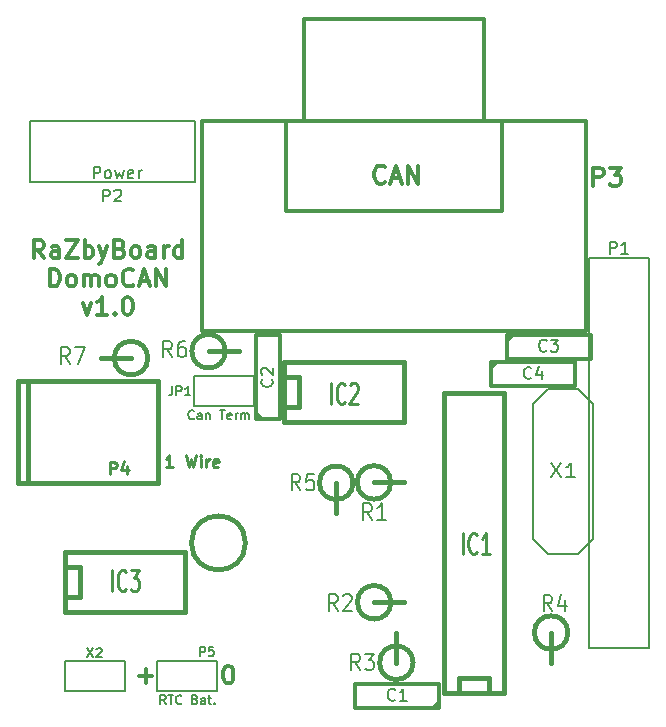
<source format=gto>
G04 (created by PCBNEW (2013-04-19 BZR 4011)-stable) date 13/06/2013 21:19:41*
%MOIN*%
G04 Gerber Fmt 3.4, Leading zero omitted, Abs format*
%FSLAX34Y34*%
G01*
G70*
G90*
G04 APERTURE LIST*
%ADD10C,0.006*%
%ADD11C,0.011811*%
%ADD12C,0.012*%
%ADD13C,0.008*%
%ADD14C,0.015*%
%ADD15C,0.00590551*%
%ADD16C,0.01125*%
%ADD17C,0.01*%
G04 APERTURE END LIST*
G54D10*
G54D11*
X59356Y-49493D02*
X59413Y-49493D01*
X59469Y-49521D01*
X59497Y-49549D01*
X59525Y-49605D01*
X59553Y-49718D01*
X59553Y-49859D01*
X59525Y-49971D01*
X59497Y-50027D01*
X59469Y-50055D01*
X59413Y-50084D01*
X59356Y-50084D01*
X59300Y-50055D01*
X59272Y-50027D01*
X59244Y-49971D01*
X59216Y-49859D01*
X59216Y-49718D01*
X59244Y-49605D01*
X59272Y-49549D01*
X59300Y-49521D01*
X59356Y-49493D01*
X56400Y-49829D02*
X56849Y-49829D01*
X56625Y-50054D02*
X56625Y-49604D01*
X53242Y-35909D02*
X53045Y-35627D01*
X52905Y-35909D02*
X52905Y-35318D01*
X53130Y-35318D01*
X53186Y-35346D01*
X53214Y-35374D01*
X53242Y-35430D01*
X53242Y-35515D01*
X53214Y-35571D01*
X53186Y-35599D01*
X53130Y-35627D01*
X52905Y-35627D01*
X53748Y-35909D02*
X53748Y-35599D01*
X53720Y-35543D01*
X53664Y-35515D01*
X53552Y-35515D01*
X53495Y-35543D01*
X53748Y-35880D02*
X53692Y-35909D01*
X53552Y-35909D01*
X53495Y-35880D01*
X53467Y-35824D01*
X53467Y-35768D01*
X53495Y-35712D01*
X53552Y-35684D01*
X53692Y-35684D01*
X53748Y-35655D01*
X53973Y-35318D02*
X54367Y-35318D01*
X53973Y-35909D01*
X54367Y-35909D01*
X54592Y-35909D02*
X54592Y-35318D01*
X54592Y-35543D02*
X54648Y-35515D01*
X54761Y-35515D01*
X54817Y-35543D01*
X54845Y-35571D01*
X54873Y-35627D01*
X54873Y-35796D01*
X54845Y-35852D01*
X54817Y-35880D01*
X54761Y-35909D01*
X54648Y-35909D01*
X54592Y-35880D01*
X55070Y-35515D02*
X55211Y-35909D01*
X55351Y-35515D02*
X55211Y-35909D01*
X55155Y-36049D01*
X55126Y-36077D01*
X55070Y-36105D01*
X55773Y-35599D02*
X55858Y-35627D01*
X55886Y-35655D01*
X55914Y-35712D01*
X55914Y-35796D01*
X55886Y-35852D01*
X55858Y-35880D01*
X55801Y-35909D01*
X55576Y-35909D01*
X55576Y-35318D01*
X55773Y-35318D01*
X55829Y-35346D01*
X55858Y-35374D01*
X55886Y-35430D01*
X55886Y-35487D01*
X55858Y-35543D01*
X55829Y-35571D01*
X55773Y-35599D01*
X55576Y-35599D01*
X56251Y-35909D02*
X56195Y-35880D01*
X56167Y-35852D01*
X56139Y-35796D01*
X56139Y-35627D01*
X56167Y-35571D01*
X56195Y-35543D01*
X56251Y-35515D01*
X56336Y-35515D01*
X56392Y-35543D01*
X56420Y-35571D01*
X56448Y-35627D01*
X56448Y-35796D01*
X56420Y-35852D01*
X56392Y-35880D01*
X56336Y-35909D01*
X56251Y-35909D01*
X56954Y-35909D02*
X56954Y-35599D01*
X56926Y-35543D01*
X56870Y-35515D01*
X56757Y-35515D01*
X56701Y-35543D01*
X56954Y-35880D02*
X56898Y-35909D01*
X56757Y-35909D01*
X56701Y-35880D01*
X56673Y-35824D01*
X56673Y-35768D01*
X56701Y-35712D01*
X56757Y-35684D01*
X56898Y-35684D01*
X56954Y-35655D01*
X57236Y-35909D02*
X57236Y-35515D01*
X57236Y-35627D02*
X57264Y-35571D01*
X57292Y-35543D01*
X57348Y-35515D01*
X57404Y-35515D01*
X57854Y-35909D02*
X57854Y-35318D01*
X57854Y-35880D02*
X57798Y-35909D01*
X57685Y-35909D01*
X57629Y-35880D01*
X57601Y-35852D01*
X57573Y-35796D01*
X57573Y-35627D01*
X57601Y-35571D01*
X57629Y-35543D01*
X57685Y-35515D01*
X57798Y-35515D01*
X57854Y-35543D01*
X53439Y-36853D02*
X53439Y-36263D01*
X53580Y-36263D01*
X53664Y-36291D01*
X53720Y-36347D01*
X53748Y-36403D01*
X53777Y-36516D01*
X53777Y-36600D01*
X53748Y-36713D01*
X53720Y-36769D01*
X53664Y-36825D01*
X53580Y-36853D01*
X53439Y-36853D01*
X54114Y-36853D02*
X54058Y-36825D01*
X54030Y-36797D01*
X54002Y-36741D01*
X54002Y-36572D01*
X54030Y-36516D01*
X54058Y-36488D01*
X54114Y-36460D01*
X54198Y-36460D01*
X54255Y-36488D01*
X54283Y-36516D01*
X54311Y-36572D01*
X54311Y-36741D01*
X54283Y-36797D01*
X54255Y-36825D01*
X54198Y-36853D01*
X54114Y-36853D01*
X54564Y-36853D02*
X54564Y-36460D01*
X54564Y-36516D02*
X54592Y-36488D01*
X54648Y-36460D01*
X54733Y-36460D01*
X54789Y-36488D01*
X54817Y-36544D01*
X54817Y-36853D01*
X54817Y-36544D02*
X54845Y-36488D01*
X54901Y-36460D01*
X54986Y-36460D01*
X55042Y-36488D01*
X55070Y-36544D01*
X55070Y-36853D01*
X55436Y-36853D02*
X55380Y-36825D01*
X55351Y-36797D01*
X55323Y-36741D01*
X55323Y-36572D01*
X55351Y-36516D01*
X55380Y-36488D01*
X55436Y-36460D01*
X55520Y-36460D01*
X55576Y-36488D01*
X55604Y-36516D01*
X55633Y-36572D01*
X55633Y-36741D01*
X55604Y-36797D01*
X55576Y-36825D01*
X55520Y-36853D01*
X55436Y-36853D01*
X56223Y-36797D02*
X56195Y-36825D01*
X56111Y-36853D01*
X56054Y-36853D01*
X55970Y-36825D01*
X55914Y-36769D01*
X55886Y-36713D01*
X55858Y-36600D01*
X55858Y-36516D01*
X55886Y-36403D01*
X55914Y-36347D01*
X55970Y-36291D01*
X56054Y-36263D01*
X56111Y-36263D01*
X56195Y-36291D01*
X56223Y-36319D01*
X56448Y-36685D02*
X56729Y-36685D01*
X56392Y-36853D02*
X56589Y-36263D01*
X56786Y-36853D01*
X56982Y-36853D02*
X56982Y-36263D01*
X57320Y-36853D01*
X57320Y-36263D01*
X54536Y-37405D02*
X54676Y-37798D01*
X54817Y-37405D01*
X55351Y-37798D02*
X55014Y-37798D01*
X55183Y-37798D02*
X55183Y-37208D01*
X55126Y-37292D01*
X55070Y-37348D01*
X55014Y-37376D01*
X55604Y-37742D02*
X55633Y-37770D01*
X55604Y-37798D01*
X55576Y-37770D01*
X55604Y-37742D01*
X55604Y-37798D01*
X55998Y-37208D02*
X56054Y-37208D01*
X56111Y-37236D01*
X56139Y-37264D01*
X56167Y-37320D01*
X56195Y-37433D01*
X56195Y-37573D01*
X56167Y-37686D01*
X56139Y-37742D01*
X56111Y-37770D01*
X56054Y-37798D01*
X55998Y-37798D01*
X55942Y-37770D01*
X55914Y-37742D01*
X55886Y-37686D01*
X55858Y-37573D01*
X55858Y-37433D01*
X55886Y-37320D01*
X55914Y-37264D01*
X55942Y-37236D01*
X55998Y-37208D01*
G54D12*
X58505Y-38350D02*
X71305Y-38350D01*
X71305Y-38350D02*
X71305Y-31350D01*
X71305Y-31350D02*
X58505Y-31350D01*
X58505Y-31350D02*
X58505Y-38350D01*
X61305Y-31350D02*
X61305Y-34350D01*
X61305Y-34350D02*
X68505Y-34350D01*
X68505Y-34350D02*
X68505Y-31350D01*
X61905Y-31350D02*
X61905Y-27950D01*
X61905Y-27950D02*
X67905Y-27950D01*
X67905Y-27950D02*
X67905Y-31350D01*
G54D13*
X71400Y-35900D02*
X71400Y-48900D01*
X73400Y-48900D02*
X73400Y-35900D01*
X73400Y-35900D02*
X71400Y-35900D01*
X71400Y-48900D02*
X73400Y-48900D01*
G54D14*
X59955Y-45400D02*
G75*
G03X59955Y-45400I-900J0D01*
G74*
G01*
X56140Y-39240D02*
X55140Y-39240D01*
X56699Y-39240D02*
G75*
G03X56699Y-39240I-559J0D01*
G74*
G01*
X62980Y-43395D02*
X62980Y-44395D01*
X63539Y-43395D02*
G75*
G03X63539Y-43395I-559J0D01*
G74*
G01*
X64985Y-49395D02*
X64985Y-48395D01*
X65544Y-49395D02*
G75*
G03X65544Y-49395I-559J0D01*
G74*
G01*
X64245Y-47380D02*
X65245Y-47380D01*
X64804Y-47380D02*
G75*
G03X64804Y-47380I-559J0D01*
G74*
G01*
X64240Y-43385D02*
X65240Y-43385D01*
X64799Y-43385D02*
G75*
G03X64799Y-43385I-559J0D01*
G74*
G01*
X70145Y-48390D02*
X70145Y-49390D01*
X70704Y-48390D02*
G75*
G03X70704Y-48390I-559J0D01*
G74*
G01*
X58725Y-39010D02*
X59725Y-39010D01*
X59284Y-39010D02*
G75*
G03X59284Y-39010I-559J0D01*
G74*
G01*
G54D10*
X58990Y-49340D02*
X58990Y-50340D01*
X58990Y-50340D02*
X56990Y-50340D01*
X56990Y-50340D02*
X56990Y-49340D01*
X56990Y-49340D02*
X58990Y-49340D01*
X58225Y-40845D02*
X58225Y-39845D01*
X58225Y-39845D02*
X60225Y-39845D01*
X60225Y-39845D02*
X60225Y-40845D01*
X60225Y-40845D02*
X58225Y-40845D01*
X70050Y-45765D02*
X69550Y-45265D01*
X69550Y-40765D02*
X70050Y-40265D01*
X71050Y-40265D02*
X71550Y-40765D01*
X71050Y-45765D02*
X71550Y-45265D01*
X69550Y-45265D02*
X69550Y-40765D01*
X70050Y-45765D02*
X71050Y-45765D01*
X71550Y-45265D02*
X71550Y-40765D01*
X71050Y-40265D02*
X70050Y-40265D01*
G54D14*
X53930Y-46190D02*
X54430Y-46190D01*
X54430Y-46190D02*
X54430Y-47190D01*
X54430Y-47190D02*
X53930Y-47190D01*
X53930Y-45690D02*
X57930Y-45690D01*
X57930Y-45690D02*
X57930Y-47690D01*
X57930Y-47690D02*
X53930Y-47690D01*
X53930Y-47690D02*
X53930Y-45690D01*
X61255Y-39865D02*
X61755Y-39865D01*
X61755Y-39865D02*
X61755Y-40865D01*
X61755Y-40865D02*
X61255Y-40865D01*
X61255Y-39365D02*
X65255Y-39365D01*
X65255Y-39365D02*
X65255Y-41365D01*
X65255Y-41365D02*
X61255Y-41365D01*
X61255Y-41365D02*
X61255Y-39365D01*
X67065Y-50390D02*
X67065Y-49890D01*
X67065Y-49890D02*
X68065Y-49890D01*
X68065Y-49890D02*
X68065Y-50390D01*
X66565Y-50390D02*
X66565Y-40390D01*
X66565Y-40390D02*
X68565Y-40390D01*
X68565Y-40390D02*
X68565Y-50390D01*
X68565Y-50390D02*
X66565Y-50390D01*
G54D12*
X66410Y-50900D02*
X63610Y-50900D01*
X63610Y-50900D02*
X63610Y-50100D01*
X63610Y-50100D02*
X66410Y-50100D01*
X66410Y-50100D02*
X66410Y-50900D01*
X66410Y-50700D02*
X66210Y-50900D01*
X60310Y-41280D02*
X60310Y-38480D01*
X60310Y-38480D02*
X61110Y-38480D01*
X61110Y-38480D02*
X61110Y-41280D01*
X61110Y-41280D02*
X60310Y-41280D01*
X60510Y-41280D02*
X60310Y-41080D01*
X68150Y-39375D02*
X70950Y-39375D01*
X70950Y-39375D02*
X70950Y-40175D01*
X70950Y-40175D02*
X68150Y-40175D01*
X68150Y-40175D02*
X68150Y-39375D01*
X68150Y-39575D02*
X68350Y-39375D01*
X68660Y-38460D02*
X71460Y-38460D01*
X71460Y-38460D02*
X71460Y-39260D01*
X71460Y-39260D02*
X68660Y-39260D01*
X68660Y-39260D02*
X68660Y-38460D01*
X68660Y-38660D02*
X68860Y-38460D01*
G54D10*
X53930Y-50345D02*
X53930Y-49345D01*
X53930Y-49345D02*
X55930Y-49345D01*
X55930Y-49345D02*
X55930Y-50345D01*
X55930Y-50345D02*
X53930Y-50345D01*
G54D14*
X52377Y-40007D02*
X52377Y-43400D01*
X52700Y-40000D02*
X52700Y-43400D01*
X57030Y-40000D02*
X57030Y-43400D01*
X52377Y-43400D02*
X57030Y-43400D01*
X52377Y-40000D02*
X57030Y-40000D01*
G54D15*
X58270Y-33358D02*
X58270Y-31327D01*
X58270Y-33358D02*
X52759Y-33358D01*
X52759Y-33358D02*
X52759Y-31327D01*
X52763Y-31327D02*
X58274Y-31327D01*
G54D12*
X71552Y-33492D02*
X71552Y-32892D01*
X71780Y-32892D01*
X71837Y-32921D01*
X71866Y-32950D01*
X71895Y-33007D01*
X71895Y-33092D01*
X71866Y-33150D01*
X71837Y-33178D01*
X71780Y-33207D01*
X71552Y-33207D01*
X72095Y-32892D02*
X72466Y-32892D01*
X72266Y-33121D01*
X72352Y-33121D01*
X72409Y-33150D01*
X72437Y-33178D01*
X72466Y-33235D01*
X72466Y-33378D01*
X72437Y-33435D01*
X72409Y-33464D01*
X72352Y-33492D01*
X72180Y-33492D01*
X72123Y-33464D01*
X72095Y-33435D01*
X64609Y-33365D02*
X64580Y-33394D01*
X64495Y-33422D01*
X64437Y-33422D01*
X64352Y-33394D01*
X64295Y-33337D01*
X64266Y-33280D01*
X64237Y-33165D01*
X64237Y-33080D01*
X64266Y-32965D01*
X64295Y-32908D01*
X64352Y-32851D01*
X64437Y-32822D01*
X64495Y-32822D01*
X64580Y-32851D01*
X64609Y-32880D01*
X64837Y-33251D02*
X65123Y-33251D01*
X64780Y-33422D02*
X64980Y-32822D01*
X65180Y-33422D01*
X65380Y-33422D02*
X65380Y-32822D01*
X65723Y-33422D01*
X65723Y-32822D01*
G54D13*
X72104Y-35761D02*
X72104Y-35361D01*
X72257Y-35361D01*
X72295Y-35380D01*
X72314Y-35400D01*
X72333Y-35438D01*
X72333Y-35495D01*
X72314Y-35533D01*
X72295Y-35552D01*
X72257Y-35571D01*
X72104Y-35571D01*
X72714Y-35761D02*
X72485Y-35761D01*
X72600Y-35761D02*
X72600Y-35361D01*
X72561Y-35419D01*
X72523Y-35457D01*
X72485Y-35476D01*
X54096Y-39432D02*
X53930Y-39170D01*
X53810Y-39432D02*
X53810Y-38882D01*
X54001Y-38882D01*
X54049Y-38908D01*
X54072Y-38935D01*
X54096Y-38987D01*
X54096Y-39065D01*
X54072Y-39118D01*
X54049Y-39144D01*
X54001Y-39170D01*
X53810Y-39170D01*
X54263Y-38882D02*
X54596Y-38882D01*
X54382Y-39432D01*
X61776Y-43647D02*
X61610Y-43385D01*
X61490Y-43647D02*
X61490Y-43097D01*
X61681Y-43097D01*
X61729Y-43123D01*
X61752Y-43150D01*
X61776Y-43202D01*
X61776Y-43280D01*
X61752Y-43333D01*
X61729Y-43359D01*
X61681Y-43385D01*
X61490Y-43385D01*
X62229Y-43097D02*
X61990Y-43097D01*
X61967Y-43359D01*
X61990Y-43333D01*
X62038Y-43307D01*
X62157Y-43307D01*
X62205Y-43333D01*
X62229Y-43359D01*
X62252Y-43411D01*
X62252Y-43542D01*
X62229Y-43595D01*
X62205Y-43621D01*
X62157Y-43647D01*
X62038Y-43647D01*
X61990Y-43621D01*
X61967Y-43595D01*
X63766Y-49642D02*
X63600Y-49380D01*
X63480Y-49642D02*
X63480Y-49092D01*
X63671Y-49092D01*
X63719Y-49118D01*
X63742Y-49145D01*
X63766Y-49197D01*
X63766Y-49275D01*
X63742Y-49328D01*
X63719Y-49354D01*
X63671Y-49380D01*
X63480Y-49380D01*
X63933Y-49092D02*
X64242Y-49092D01*
X64076Y-49302D01*
X64147Y-49302D01*
X64195Y-49328D01*
X64219Y-49354D01*
X64242Y-49406D01*
X64242Y-49537D01*
X64219Y-49590D01*
X64195Y-49616D01*
X64147Y-49642D01*
X64004Y-49642D01*
X63957Y-49616D01*
X63933Y-49590D01*
X63026Y-47662D02*
X62860Y-47400D01*
X62740Y-47662D02*
X62740Y-47112D01*
X62931Y-47112D01*
X62979Y-47138D01*
X63002Y-47165D01*
X63026Y-47217D01*
X63026Y-47295D01*
X63002Y-47348D01*
X62979Y-47374D01*
X62931Y-47400D01*
X62740Y-47400D01*
X63217Y-47165D02*
X63240Y-47138D01*
X63288Y-47112D01*
X63407Y-47112D01*
X63455Y-47138D01*
X63479Y-47165D01*
X63502Y-47217D01*
X63502Y-47269D01*
X63479Y-47348D01*
X63193Y-47662D01*
X63502Y-47662D01*
X64161Y-44637D02*
X63995Y-44375D01*
X63875Y-44637D02*
X63875Y-44087D01*
X64066Y-44087D01*
X64114Y-44113D01*
X64137Y-44140D01*
X64161Y-44192D01*
X64161Y-44270D01*
X64137Y-44323D01*
X64114Y-44349D01*
X64066Y-44375D01*
X63875Y-44375D01*
X64637Y-44637D02*
X64352Y-44637D01*
X64495Y-44637D02*
X64495Y-44087D01*
X64447Y-44166D01*
X64399Y-44218D01*
X64352Y-44244D01*
X70176Y-47682D02*
X70010Y-47420D01*
X69890Y-47682D02*
X69890Y-47132D01*
X70081Y-47132D01*
X70129Y-47158D01*
X70152Y-47185D01*
X70176Y-47237D01*
X70176Y-47315D01*
X70152Y-47368D01*
X70129Y-47394D01*
X70081Y-47420D01*
X69890Y-47420D01*
X70605Y-47315D02*
X70605Y-47682D01*
X70486Y-47106D02*
X70367Y-47499D01*
X70676Y-47499D01*
X57506Y-39212D02*
X57340Y-38950D01*
X57220Y-39212D02*
X57220Y-38662D01*
X57411Y-38662D01*
X57459Y-38688D01*
X57482Y-38715D01*
X57506Y-38767D01*
X57506Y-38845D01*
X57482Y-38898D01*
X57459Y-38924D01*
X57411Y-38950D01*
X57220Y-38950D01*
X57935Y-38662D02*
X57840Y-38662D01*
X57792Y-38688D01*
X57768Y-38715D01*
X57720Y-38793D01*
X57697Y-38898D01*
X57697Y-39107D01*
X57720Y-39160D01*
X57744Y-39186D01*
X57792Y-39212D01*
X57887Y-39212D01*
X57935Y-39186D01*
X57959Y-39160D01*
X57982Y-39107D01*
X57982Y-38976D01*
X57959Y-38924D01*
X57935Y-38898D01*
X57887Y-38872D01*
X57792Y-38872D01*
X57744Y-38898D01*
X57720Y-38924D01*
X57697Y-38976D01*
G54D10*
X58443Y-49171D02*
X58443Y-48871D01*
X58557Y-48871D01*
X58586Y-48885D01*
X58600Y-48900D01*
X58615Y-48928D01*
X58615Y-48971D01*
X58600Y-49000D01*
X58586Y-49014D01*
X58557Y-49028D01*
X58443Y-49028D01*
X58886Y-48871D02*
X58743Y-48871D01*
X58729Y-49014D01*
X58743Y-49000D01*
X58772Y-48985D01*
X58843Y-48985D01*
X58872Y-49000D01*
X58886Y-49014D01*
X58900Y-49042D01*
X58900Y-49114D01*
X58886Y-49142D01*
X58872Y-49157D01*
X58843Y-49171D01*
X58772Y-49171D01*
X58743Y-49157D01*
X58729Y-49142D01*
X57291Y-50776D02*
X57191Y-50633D01*
X57120Y-50776D02*
X57120Y-50476D01*
X57234Y-50476D01*
X57262Y-50490D01*
X57277Y-50505D01*
X57291Y-50533D01*
X57291Y-50576D01*
X57277Y-50605D01*
X57262Y-50619D01*
X57234Y-50633D01*
X57120Y-50633D01*
X57377Y-50476D02*
X57548Y-50476D01*
X57462Y-50776D02*
X57462Y-50476D01*
X57820Y-50747D02*
X57805Y-50762D01*
X57762Y-50776D01*
X57734Y-50776D01*
X57691Y-50762D01*
X57662Y-50733D01*
X57648Y-50705D01*
X57634Y-50647D01*
X57634Y-50605D01*
X57648Y-50547D01*
X57662Y-50519D01*
X57691Y-50490D01*
X57734Y-50476D01*
X57762Y-50476D01*
X57805Y-50490D01*
X57820Y-50505D01*
X58277Y-50619D02*
X58320Y-50633D01*
X58334Y-50647D01*
X58348Y-50676D01*
X58348Y-50719D01*
X58334Y-50747D01*
X58320Y-50762D01*
X58291Y-50776D01*
X58177Y-50776D01*
X58177Y-50476D01*
X58277Y-50476D01*
X58305Y-50490D01*
X58320Y-50505D01*
X58334Y-50533D01*
X58334Y-50562D01*
X58320Y-50590D01*
X58305Y-50605D01*
X58277Y-50619D01*
X58177Y-50619D01*
X58605Y-50776D02*
X58605Y-50619D01*
X58591Y-50590D01*
X58562Y-50576D01*
X58505Y-50576D01*
X58477Y-50590D01*
X58605Y-50762D02*
X58577Y-50776D01*
X58505Y-50776D01*
X58477Y-50762D01*
X58462Y-50733D01*
X58462Y-50705D01*
X58477Y-50676D01*
X58505Y-50662D01*
X58577Y-50662D01*
X58605Y-50647D01*
X58705Y-50576D02*
X58820Y-50576D01*
X58748Y-50476D02*
X58748Y-50733D01*
X58762Y-50762D01*
X58791Y-50776D01*
X58820Y-50776D01*
X58920Y-50747D02*
X58934Y-50762D01*
X58920Y-50776D01*
X58905Y-50762D01*
X58920Y-50747D01*
X58920Y-50776D01*
X57510Y-40181D02*
X57510Y-40395D01*
X57495Y-40438D01*
X57467Y-40467D01*
X57424Y-40481D01*
X57395Y-40481D01*
X57652Y-40481D02*
X57652Y-40181D01*
X57767Y-40181D01*
X57795Y-40195D01*
X57810Y-40210D01*
X57824Y-40238D01*
X57824Y-40281D01*
X57810Y-40310D01*
X57795Y-40324D01*
X57767Y-40338D01*
X57652Y-40338D01*
X58110Y-40481D02*
X57938Y-40481D01*
X58024Y-40481D02*
X58024Y-40181D01*
X57995Y-40224D01*
X57967Y-40252D01*
X57938Y-40267D01*
X58241Y-41252D02*
X58227Y-41267D01*
X58184Y-41281D01*
X58155Y-41281D01*
X58112Y-41267D01*
X58084Y-41238D01*
X58070Y-41210D01*
X58055Y-41152D01*
X58055Y-41110D01*
X58070Y-41052D01*
X58084Y-41024D01*
X58112Y-40995D01*
X58155Y-40981D01*
X58184Y-40981D01*
X58227Y-40995D01*
X58241Y-41010D01*
X58498Y-41281D02*
X58498Y-41124D01*
X58484Y-41095D01*
X58455Y-41081D01*
X58398Y-41081D01*
X58370Y-41095D01*
X58498Y-41267D02*
X58470Y-41281D01*
X58398Y-41281D01*
X58370Y-41267D01*
X58355Y-41238D01*
X58355Y-41210D01*
X58370Y-41181D01*
X58398Y-41167D01*
X58470Y-41167D01*
X58498Y-41152D01*
X58641Y-41081D02*
X58641Y-41281D01*
X58641Y-41110D02*
X58655Y-41095D01*
X58684Y-41081D01*
X58727Y-41081D01*
X58755Y-41095D01*
X58770Y-41124D01*
X58770Y-41281D01*
X59098Y-40981D02*
X59270Y-40981D01*
X59184Y-41281D02*
X59184Y-40981D01*
X59484Y-41267D02*
X59455Y-41281D01*
X59398Y-41281D01*
X59370Y-41267D01*
X59355Y-41238D01*
X59355Y-41124D01*
X59370Y-41095D01*
X59398Y-41081D01*
X59455Y-41081D01*
X59484Y-41095D01*
X59498Y-41124D01*
X59498Y-41152D01*
X59355Y-41181D01*
X59627Y-41281D02*
X59627Y-41081D01*
X59627Y-41138D02*
X59641Y-41110D01*
X59655Y-41095D01*
X59684Y-41081D01*
X59712Y-41081D01*
X59812Y-41281D02*
X59812Y-41081D01*
X59812Y-41110D02*
X59827Y-41095D01*
X59855Y-41081D01*
X59898Y-41081D01*
X59927Y-41095D01*
X59941Y-41124D01*
X59941Y-41281D01*
X59941Y-41124D02*
X59955Y-41095D01*
X59984Y-41081D01*
X60027Y-41081D01*
X60055Y-41095D01*
X60070Y-41124D01*
X60070Y-41281D01*
X70155Y-42752D02*
X70488Y-43202D01*
X70488Y-42752D02*
X70155Y-43202D01*
X70940Y-43202D02*
X70655Y-43202D01*
X70798Y-43202D02*
X70798Y-42752D01*
X70750Y-42816D01*
X70702Y-42859D01*
X70655Y-42880D01*
G54D16*
X55505Y-47013D02*
X55505Y-46313D01*
X55977Y-46946D02*
X55955Y-46980D01*
X55891Y-47013D01*
X55848Y-47013D01*
X55784Y-46980D01*
X55741Y-46913D01*
X55720Y-46846D01*
X55698Y-46713D01*
X55698Y-46613D01*
X55720Y-46480D01*
X55741Y-46413D01*
X55784Y-46346D01*
X55848Y-46313D01*
X55891Y-46313D01*
X55955Y-46346D01*
X55977Y-46380D01*
X56127Y-46313D02*
X56405Y-46313D01*
X56255Y-46580D01*
X56320Y-46580D01*
X56362Y-46613D01*
X56384Y-46646D01*
X56405Y-46713D01*
X56405Y-46880D01*
X56384Y-46946D01*
X56362Y-46980D01*
X56320Y-47013D01*
X56191Y-47013D01*
X56148Y-46980D01*
X56127Y-46946D01*
G54D12*
G54D16*
X62800Y-40783D02*
X62800Y-40083D01*
X63272Y-40716D02*
X63250Y-40750D01*
X63186Y-40783D01*
X63143Y-40783D01*
X63079Y-40750D01*
X63036Y-40683D01*
X63015Y-40616D01*
X62993Y-40483D01*
X62993Y-40383D01*
X63015Y-40250D01*
X63036Y-40183D01*
X63079Y-40116D01*
X63143Y-40083D01*
X63186Y-40083D01*
X63250Y-40116D01*
X63272Y-40150D01*
X63443Y-40150D02*
X63465Y-40116D01*
X63507Y-40083D01*
X63615Y-40083D01*
X63657Y-40116D01*
X63679Y-40150D01*
X63700Y-40216D01*
X63700Y-40283D01*
X63679Y-40383D01*
X63422Y-40783D01*
X63700Y-40783D01*
G54D12*
G54D16*
X67190Y-45758D02*
X67190Y-45058D01*
X67662Y-45691D02*
X67640Y-45725D01*
X67576Y-45758D01*
X67533Y-45758D01*
X67469Y-45725D01*
X67426Y-45658D01*
X67405Y-45591D01*
X67383Y-45458D01*
X67383Y-45358D01*
X67405Y-45225D01*
X67426Y-45158D01*
X67469Y-45091D01*
X67533Y-45058D01*
X67576Y-45058D01*
X67640Y-45091D01*
X67662Y-45125D01*
X68090Y-45758D02*
X67833Y-45758D01*
X67962Y-45758D02*
X67962Y-45058D01*
X67919Y-45158D01*
X67876Y-45225D01*
X67833Y-45258D01*
G54D12*
G54D13*
X64943Y-50623D02*
X64924Y-50642D01*
X64867Y-50661D01*
X64829Y-50661D01*
X64771Y-50642D01*
X64733Y-50604D01*
X64714Y-50566D01*
X64695Y-50490D01*
X64695Y-50433D01*
X64714Y-50357D01*
X64733Y-50319D01*
X64771Y-50280D01*
X64829Y-50261D01*
X64867Y-50261D01*
X64924Y-50280D01*
X64943Y-50300D01*
X65324Y-50661D02*
X65095Y-50661D01*
X65210Y-50661D02*
X65210Y-50261D01*
X65171Y-50319D01*
X65133Y-50357D01*
X65095Y-50376D01*
X60833Y-39946D02*
X60852Y-39965D01*
X60871Y-40022D01*
X60871Y-40060D01*
X60852Y-40118D01*
X60814Y-40156D01*
X60776Y-40175D01*
X60700Y-40194D01*
X60643Y-40194D01*
X60567Y-40175D01*
X60529Y-40156D01*
X60490Y-40118D01*
X60471Y-40060D01*
X60471Y-40022D01*
X60490Y-39965D01*
X60510Y-39946D01*
X60510Y-39794D02*
X60490Y-39775D01*
X60471Y-39737D01*
X60471Y-39641D01*
X60490Y-39603D01*
X60510Y-39584D01*
X60548Y-39565D01*
X60586Y-39565D01*
X60643Y-39584D01*
X60871Y-39813D01*
X60871Y-39565D01*
X69483Y-39898D02*
X69464Y-39917D01*
X69407Y-39936D01*
X69369Y-39936D01*
X69311Y-39917D01*
X69273Y-39879D01*
X69254Y-39841D01*
X69235Y-39765D01*
X69235Y-39708D01*
X69254Y-39632D01*
X69273Y-39594D01*
X69311Y-39555D01*
X69369Y-39536D01*
X69407Y-39536D01*
X69464Y-39555D01*
X69483Y-39575D01*
X69826Y-39670D02*
X69826Y-39936D01*
X69730Y-39517D02*
X69635Y-39803D01*
X69883Y-39803D01*
X69993Y-38983D02*
X69974Y-39002D01*
X69917Y-39021D01*
X69879Y-39021D01*
X69821Y-39002D01*
X69783Y-38964D01*
X69764Y-38926D01*
X69745Y-38850D01*
X69745Y-38793D01*
X69764Y-38717D01*
X69783Y-38679D01*
X69821Y-38640D01*
X69879Y-38621D01*
X69917Y-38621D01*
X69974Y-38640D01*
X69993Y-38660D01*
X70126Y-38621D02*
X70374Y-38621D01*
X70240Y-38774D01*
X70298Y-38774D01*
X70336Y-38793D01*
X70355Y-38812D01*
X70374Y-38850D01*
X70374Y-38945D01*
X70355Y-38983D01*
X70336Y-39002D01*
X70298Y-39021D01*
X70183Y-39021D01*
X70145Y-39002D01*
X70126Y-38983D01*
G54D10*
X54687Y-48916D02*
X54887Y-49216D01*
X54887Y-48916D02*
X54687Y-49216D01*
X54987Y-48945D02*
X55001Y-48930D01*
X55030Y-48916D01*
X55101Y-48916D01*
X55130Y-48930D01*
X55144Y-48945D01*
X55158Y-48973D01*
X55158Y-49002D01*
X55144Y-49045D01*
X54972Y-49216D01*
X55158Y-49216D01*
G54D17*
X55429Y-43106D02*
X55429Y-42706D01*
X55582Y-42706D01*
X55620Y-42725D01*
X55639Y-42745D01*
X55658Y-42783D01*
X55658Y-42840D01*
X55639Y-42878D01*
X55620Y-42897D01*
X55582Y-42916D01*
X55429Y-42916D01*
X56001Y-42840D02*
X56001Y-43106D01*
X55905Y-42687D02*
X55810Y-42973D01*
X56058Y-42973D01*
X57532Y-42886D02*
X57304Y-42886D01*
X57418Y-42886D02*
X57418Y-42486D01*
X57380Y-42544D01*
X57342Y-42582D01*
X57304Y-42601D01*
X57970Y-42486D02*
X58066Y-42886D01*
X58142Y-42601D01*
X58218Y-42886D01*
X58313Y-42486D01*
X58466Y-42886D02*
X58466Y-42620D01*
X58466Y-42486D02*
X58447Y-42505D01*
X58466Y-42525D01*
X58485Y-42505D01*
X58466Y-42486D01*
X58466Y-42525D01*
X58656Y-42886D02*
X58656Y-42620D01*
X58656Y-42696D02*
X58675Y-42658D01*
X58694Y-42639D01*
X58732Y-42620D01*
X58770Y-42620D01*
X59056Y-42867D02*
X59018Y-42886D01*
X58942Y-42886D01*
X58904Y-42867D01*
X58885Y-42829D01*
X58885Y-42677D01*
X58904Y-42639D01*
X58942Y-42620D01*
X59018Y-42620D01*
X59056Y-42639D01*
X59075Y-42677D01*
X59075Y-42715D01*
X58885Y-42753D01*
G54D15*
X55214Y-34019D02*
X55214Y-33625D01*
X55364Y-33625D01*
X55401Y-33644D01*
X55420Y-33663D01*
X55439Y-33700D01*
X55439Y-33756D01*
X55420Y-33794D01*
X55401Y-33813D01*
X55364Y-33831D01*
X55214Y-33831D01*
X55589Y-33663D02*
X55608Y-33644D01*
X55645Y-33625D01*
X55739Y-33625D01*
X55776Y-33644D01*
X55795Y-33663D01*
X55814Y-33700D01*
X55814Y-33738D01*
X55795Y-33794D01*
X55570Y-34019D01*
X55814Y-34019D01*
X54890Y-33250D02*
X54890Y-32856D01*
X55040Y-32856D01*
X55077Y-32875D01*
X55096Y-32894D01*
X55115Y-32931D01*
X55115Y-32987D01*
X55096Y-33025D01*
X55077Y-33044D01*
X55040Y-33062D01*
X54890Y-33062D01*
X55340Y-33250D02*
X55302Y-33231D01*
X55284Y-33212D01*
X55265Y-33175D01*
X55265Y-33062D01*
X55284Y-33025D01*
X55302Y-33006D01*
X55340Y-32987D01*
X55396Y-32987D01*
X55434Y-33006D01*
X55452Y-33025D01*
X55471Y-33062D01*
X55471Y-33175D01*
X55452Y-33212D01*
X55434Y-33231D01*
X55396Y-33250D01*
X55340Y-33250D01*
X55602Y-32987D02*
X55677Y-33250D01*
X55752Y-33062D01*
X55827Y-33250D01*
X55902Y-32987D01*
X56202Y-33231D02*
X56165Y-33250D01*
X56090Y-33250D01*
X56052Y-33231D01*
X56034Y-33194D01*
X56034Y-33044D01*
X56052Y-33006D01*
X56090Y-32987D01*
X56165Y-32987D01*
X56202Y-33006D01*
X56221Y-33044D01*
X56221Y-33081D01*
X56034Y-33119D01*
X56390Y-33250D02*
X56390Y-32987D01*
X56390Y-33062D02*
X56409Y-33025D01*
X56427Y-33006D01*
X56465Y-32987D01*
X56502Y-32987D01*
M02*

</source>
